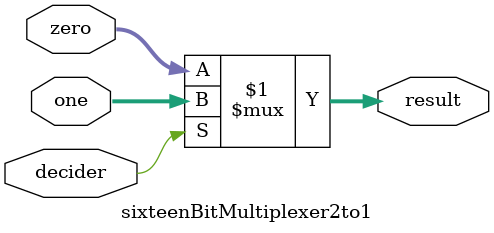
<source format=v>
module sixteenBitMultiplexer2to1(zero, one, decider, result);
  input [15:0] zero;  
  input [15:0] one;
  output [15:0] result; 
  input decider;

  assign result = decider ? one : zero;
endmodule	
</source>
